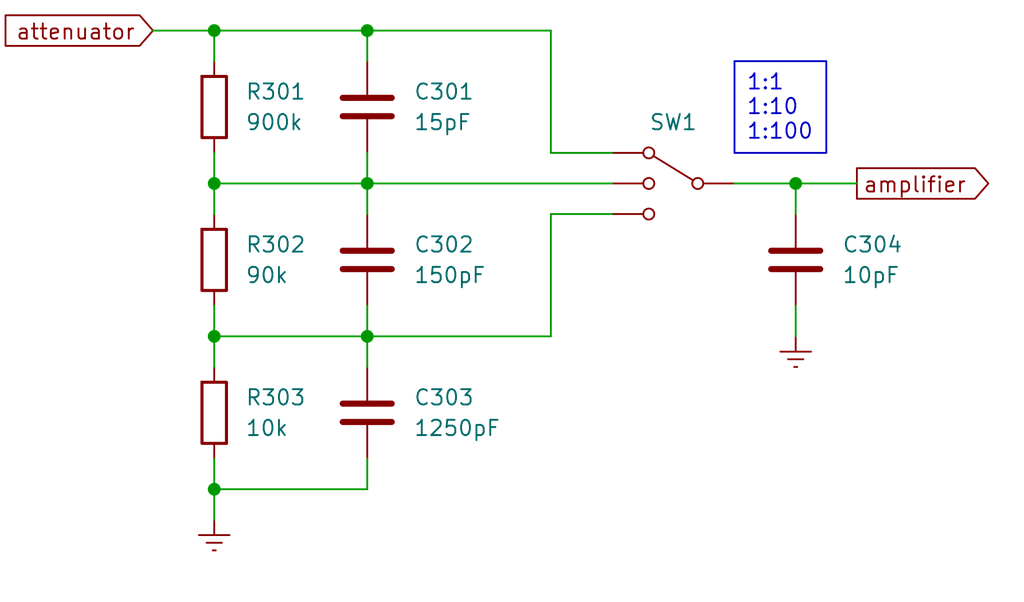
<source format=kicad_sch>
(kicad_sch (version 20230121) (generator eeschema)
  (paper "User" 84.9884 50.0126)
  (lib_symbols
    (symbol "Device:C" (pin_numbers hide) (pin_names (offset 0.254))
      (property "Reference" "C" (at 0.635 2.54 0))
      (property "Value" "C" (at 0.635 -2.54 0))
      (symbol "C_0_1"
        (polyline (pts (xy -2.032 -0.762) (xy 2.032 -0.762)) (stroke (width 0.508)))
        (polyline (pts (xy -2.032 0.762) (xy 2.032 0.762)) (stroke (width 0.508)))
      )
      (symbol "C_1_1"
        (pin passive line (at 0 3.81 270) (length 2.794) (name "~") (number "1"))
        (pin passive line (at 0 -3.81 90) (length 2.794) (name "~") (number "2"))
      )
    )
    (symbol "Device:R" (pin_numbers hide) (pin_names (offset 0))
      (property "Reference" "R" (at 2.032 0 90))
      (property "Value" "R" (at 0 0 90))
      (symbol "R_0_1"
        (rectangle (start -1.016 -2.54) (end 1.016 2.54) (stroke (width 0.254)))
      )
      (symbol "R_1_1"
        (pin passive line (at 0 3.81 270) (length 1.27) (name "~") (number "1"))
        (pin passive line (at 0 -3.81 90) (length 1.27) (name "~") (number "2"))
      )
    )
    (symbol "Switch:SW_SP3T" (pin_numbers hide) (pin_names (offset 0) hide)
      (property "Reference" "SW" (at 0 5.08 0))
      (property "Value" "SW_SP3T" (at 0 -5.08 0))
      (symbol "SW_SP3T_0_1"
        (circle (center -2.032 0) (radius 0.4572))
        (polyline (pts (xy -1.651 0.254) (xy 1.651 2.286)))
        (circle (center 2.032 -2.54) (radius 0.4572))
        (circle (center 2.032 0) (radius 0.4572))
        (circle (center 2.032 2.54) (radius 0.4572))
      )
      (symbol "SW_SP3T_1_1"
        (pin passive line (at 5.08 2.54 180) (length 2.54) (name "1") (number "1"))
        (pin passive line (at 5.08 0 180) (length 2.54) (name "2") (number "2"))
        (pin passive line (at -5.08 0 0) (length 2.54) (name "3") (number "3"))
        (pin passive line (at 5.08 -2.54 180) (length 2.54) (name "4") (number "4"))
      )
    )
    (symbol "power:Earth" (power) (pin_names (offset 0))
      (symbol "Earth_0_1"
        (polyline (pts (xy -0.635 -1.905) (xy 0.635 -1.905)))
        (polyline (pts (xy -0.127 -2.54) (xy 0.127 -2.54)))
        (polyline (pts (xy 0 -1.27) (xy 0 0)))
        (polyline (pts (xy 1.27 -1.27) (xy -1.27 -1.27)))
      )
      (symbol "Earth_1_1"
        (pin power_in line (at 0 0 270) (length 0) hide (name "Earth") (number "1"))
      )
    )
  )
  (junction (at 30.48 15.24))
  (junction (at 30.48 27.94))
  (junction (at 17.78 40.64))
  (junction (at 66.04 15.24))
  (junction (at 17.78 2.54))
  (junction (at 17.78 15.24))
  (junction (at 17.78 27.94))
  (junction (at 30.48 2.54))
  (wire (pts (xy 30.48 15.24) (xy 30.48 17.78)))
  (wire (pts (xy 17.78 25.4) (xy 17.78 27.94)))
  (wire (pts (xy 30.48 40.64) (xy 17.78 40.64)))
  (wire (pts (xy 45.72 2.54) (xy 30.48 2.54)))
  (wire (pts (xy 30.48 25.4) (xy 30.48 27.94)))
  (wire (pts (xy 17.78 38.1) (xy 17.78 40.64)))
  (wire (pts (xy 60.96 15.24) (xy 66.04 15.24)))
  (wire (pts (xy 50.8 17.78) (xy 45.72 17.78)))
  (wire (pts (xy 17.78 12.7) (xy 17.78 15.24)))
  (wire (pts (xy 17.78 15.24) (xy 30.48 15.24)))
  (wire (pts (xy 66.04 17.78) (xy 66.04 15.24)))
  (wire (pts (xy 45.72 27.94) (xy 30.48 27.94)))
  (wire (pts (xy 30.48 5.08) (xy 30.48 2.54)))
  (wire (pts (xy 30.48 38.1) (xy 30.48 40.64)))
  (wire (pts (xy 45.72 12.7) (xy 45.72 2.54)))
  (wire (pts (xy 17.78 40.64) (xy 17.78 43.18)))
  (wire (pts (xy 17.78 27.94) (xy 17.78 30.48)))
  (wire (pts (xy 17.78 2.54) (xy 30.48 2.54)))
  (wire (pts (xy 50.8 12.7) (xy 45.72 12.7)))
  (wire (pts (xy 45.72 17.78) (xy 45.72 27.94)))
  (wire (pts (xy 66.04 15.24) (xy 71.12 15.24)))
  (wire (pts (xy 30.48 27.94) (xy 30.48 30.48)))
  (wire (pts (xy 30.48 15.24) (xy 50.8 15.24)))
  (wire (pts (xy 30.48 12.7) (xy 30.48 15.24)))
  (wire (pts (xy 17.78 5.08) (xy 17.78 2.54)))
  (wire (pts (xy 17.78 2.54) (xy 12.7 2.54)))
  (wire (pts (xy 17.78 15.24) (xy 17.78 17.78)))
  (wire (pts (xy 17.78 27.94) (xy 30.48 27.94)))
  (wire (pts (xy 66.04 25.4) (xy 66.04 27.94)))
  (text_box "1:1\n1:10\n1:100\n" (at 60.96 5.08 0) (size 7.62 7.62) (effects (font (size 1.27 1.27)) (justify left top)))
  (global_label "attenuator" (shape input) (at 12.7 2.54 180) (property "Intersheetrefs" "${INTERSHEET_REFS}" (effects hide)))
  (global_label "amplifier" (shape output) (at 71.12 15.24 0) (property "Intersheetrefs" "${INTERSHEET_REFS}" (effects hide)))
  (symbol (lib_id "Device:C") (at 30.48 21.59 0) (unit 1)
    (property "Reference" "C302" (at 34.29 20.32 0) (effects (justify left)))
    (property "Value" "150pF" (at 34.29 22.86 0) (effects (justify left)))
  )
  (symbol (lib_id "Device:C") (at 30.48 34.29 0) (unit 1)
    (property "Reference" "C303" (at 34.29 33.02 0) (effects (justify left)))
    (property "Value" "1250pF" (at 34.29 35.56 0) (effects (justify left)))
  )
  (symbol (lib_id "Device:R") (at 17.78 8.89 0) (unit 1)
    (property "Reference" "R301" (at 20.32 7.62 0) (effects (justify left)))
    (property "Value" "900k" (at 20.32 10.16 0) (effects (justify left)))
  )
  (symbol (lib_id "Device:R") (at 17.78 21.59 0) (unit 1)
    (property "Reference" "R302" (at 20.32 20.32 0) (effects (justify left)))
    (property "Value" "90k" (at 20.32 22.86 0) (effects (justify left)))
  )
  (symbol (lib_id "Device:C") (at 66.04 21.59 0) (unit 1)
    (property "Reference" "C304" (at 69.85 20.32 0) (effects (justify left)))
    (property "Value" "10pF" (at 69.85 22.86 0) (effects (justify left)))
  )
  (symbol (lib_id "power:Earth") (at 17.78 43.18 0) (unit 1)
    (property "Reference" "#PWR0301" (effects hide))
    (property "Value" "Earth" (effects hide))
  )
  (symbol (lib_id "Device:C") (at 30.48 8.89 0) (unit 1)
    (property "Reference" "C301" (at 34.29 7.62 0) (effects (justify left)))
    (property "Value" "15pF" (at 34.29 10.16 0) (effects (justify left)))
  )
  (symbol (lib_id "Device:R") (at 17.78 34.29 0) (unit 1)
    (property "Reference" "R303" (at 20.32 33.02 0) (effects (justify left)))
    (property "Value" "10k" (at 20.32 35.56 0) (effects (justify left)))
  )
  (symbol (lib_id "power:Earth") (at 66.04 27.94 0) (unit 1)
    (property "Reference" "#PWR0302" (effects hide))
    (property "Value" "Earth" (effects hide))
  )
  (symbol (lib_id "Switch:SW_SP3T") (at 55.88 15.24 0) (mirror y) (unit 1)
    (property "Reference" "SW1" (at 55.88 10.16 0))
    (property "Value" "SW_SP3T" (effects hide))
    (instances (project "KiCad-DoscSource" (path "" (reference "SW1") (unit 1)) (path "" (reference "SW301") (unit 1))))
  )
)
</source>
